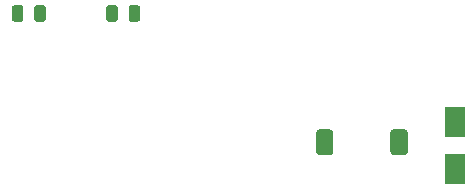
<source format=gbr>
G04 #@! TF.GenerationSoftware,KiCad,Pcbnew,(5.1.5)-3*
G04 #@! TF.CreationDate,2021-02-24T10:35:46+00:00*
G04 #@! TF.ProjectId,CurrentShuntCircuit,43757272-656e-4745-9368-756e74436972,1*
G04 #@! TF.SameCoordinates,Original*
G04 #@! TF.FileFunction,Paste,Top*
G04 #@! TF.FilePolarity,Positive*
%FSLAX46Y46*%
G04 Gerber Fmt 4.6, Leading zero omitted, Abs format (unit mm)*
G04 Created by KiCad (PCBNEW (5.1.5)-3) date 2021-02-24 10:35:46*
%MOMM*%
%LPD*%
G04 APERTURE LIST*
%ADD10C,0.100000*%
%ADD11R,1.800000X2.500000*%
G04 APERTURE END LIST*
D10*
G36*
X205461756Y-119601806D02*
G01*
X205498159Y-119607206D01*
X205533857Y-119616147D01*
X205568506Y-119628545D01*
X205601774Y-119644280D01*
X205633339Y-119663199D01*
X205662897Y-119685121D01*
X205690165Y-119709835D01*
X205714879Y-119737103D01*
X205736801Y-119766661D01*
X205755720Y-119798226D01*
X205771455Y-119831494D01*
X205783853Y-119866143D01*
X205792794Y-119901841D01*
X205798194Y-119938244D01*
X205800000Y-119975000D01*
X205800000Y-121425000D01*
X205798194Y-121461756D01*
X205792794Y-121498159D01*
X205783853Y-121533857D01*
X205771455Y-121568506D01*
X205755720Y-121601774D01*
X205736801Y-121633339D01*
X205714879Y-121662897D01*
X205690165Y-121690165D01*
X205662897Y-121714879D01*
X205633339Y-121736801D01*
X205601774Y-121755720D01*
X205568506Y-121771455D01*
X205533857Y-121783853D01*
X205498159Y-121792794D01*
X205461756Y-121798194D01*
X205425000Y-121800000D01*
X204675000Y-121800000D01*
X204638244Y-121798194D01*
X204601841Y-121792794D01*
X204566143Y-121783853D01*
X204531494Y-121771455D01*
X204498226Y-121755720D01*
X204466661Y-121736801D01*
X204437103Y-121714879D01*
X204409835Y-121690165D01*
X204385121Y-121662897D01*
X204363199Y-121633339D01*
X204344280Y-121601774D01*
X204328545Y-121568506D01*
X204316147Y-121533857D01*
X204307206Y-121498159D01*
X204301806Y-121461756D01*
X204300000Y-121425000D01*
X204300000Y-119975000D01*
X204301806Y-119938244D01*
X204307206Y-119901841D01*
X204316147Y-119866143D01*
X204328545Y-119831494D01*
X204344280Y-119798226D01*
X204363199Y-119766661D01*
X204385121Y-119737103D01*
X204409835Y-119709835D01*
X204437103Y-119685121D01*
X204466661Y-119663199D01*
X204498226Y-119644280D01*
X204531494Y-119628545D01*
X204566143Y-119616147D01*
X204601841Y-119607206D01*
X204638244Y-119601806D01*
X204675000Y-119600000D01*
X205425000Y-119600000D01*
X205461756Y-119601806D01*
G37*
G36*
X211761756Y-119601806D02*
G01*
X211798159Y-119607206D01*
X211833857Y-119616147D01*
X211868506Y-119628545D01*
X211901774Y-119644280D01*
X211933339Y-119663199D01*
X211962897Y-119685121D01*
X211990165Y-119709835D01*
X212014879Y-119737103D01*
X212036801Y-119766661D01*
X212055720Y-119798226D01*
X212071455Y-119831494D01*
X212083853Y-119866143D01*
X212092794Y-119901841D01*
X212098194Y-119938244D01*
X212100000Y-119975000D01*
X212100000Y-121425000D01*
X212098194Y-121461756D01*
X212092794Y-121498159D01*
X212083853Y-121533857D01*
X212071455Y-121568506D01*
X212055720Y-121601774D01*
X212036801Y-121633339D01*
X212014879Y-121662897D01*
X211990165Y-121690165D01*
X211962897Y-121714879D01*
X211933339Y-121736801D01*
X211901774Y-121755720D01*
X211868506Y-121771455D01*
X211833857Y-121783853D01*
X211798159Y-121792794D01*
X211761756Y-121798194D01*
X211725000Y-121800000D01*
X210975000Y-121800000D01*
X210938244Y-121798194D01*
X210901841Y-121792794D01*
X210866143Y-121783853D01*
X210831494Y-121771455D01*
X210798226Y-121755720D01*
X210766661Y-121736801D01*
X210737103Y-121714879D01*
X210709835Y-121690165D01*
X210685121Y-121662897D01*
X210663199Y-121633339D01*
X210644280Y-121601774D01*
X210628545Y-121568506D01*
X210616147Y-121533857D01*
X210607206Y-121498159D01*
X210601806Y-121461756D01*
X210600000Y-121425000D01*
X210600000Y-119975000D01*
X210601806Y-119938244D01*
X210607206Y-119901841D01*
X210616147Y-119866143D01*
X210628545Y-119831494D01*
X210644280Y-119798226D01*
X210663199Y-119766661D01*
X210685121Y-119737103D01*
X210709835Y-119709835D01*
X210737103Y-119685121D01*
X210766661Y-119663199D01*
X210798226Y-119644280D01*
X210831494Y-119628545D01*
X210866143Y-119616147D01*
X210901841Y-119607206D01*
X210938244Y-119601806D01*
X210975000Y-119600000D01*
X211725000Y-119600000D01*
X211761756Y-119601806D01*
G37*
G36*
X181205142Y-109101174D02*
G01*
X181228803Y-109104684D01*
X181252007Y-109110496D01*
X181274529Y-109118554D01*
X181296153Y-109128782D01*
X181316670Y-109141079D01*
X181335883Y-109155329D01*
X181353607Y-109171393D01*
X181369671Y-109189117D01*
X181383921Y-109208330D01*
X181396218Y-109228847D01*
X181406446Y-109250471D01*
X181414504Y-109272993D01*
X181420316Y-109296197D01*
X181423826Y-109319858D01*
X181425000Y-109343750D01*
X181425000Y-110256250D01*
X181423826Y-110280142D01*
X181420316Y-110303803D01*
X181414504Y-110327007D01*
X181406446Y-110349529D01*
X181396218Y-110371153D01*
X181383921Y-110391670D01*
X181369671Y-110410883D01*
X181353607Y-110428607D01*
X181335883Y-110444671D01*
X181316670Y-110458921D01*
X181296153Y-110471218D01*
X181274529Y-110481446D01*
X181252007Y-110489504D01*
X181228803Y-110495316D01*
X181205142Y-110498826D01*
X181181250Y-110500000D01*
X180693750Y-110500000D01*
X180669858Y-110498826D01*
X180646197Y-110495316D01*
X180622993Y-110489504D01*
X180600471Y-110481446D01*
X180578847Y-110471218D01*
X180558330Y-110458921D01*
X180539117Y-110444671D01*
X180521393Y-110428607D01*
X180505329Y-110410883D01*
X180491079Y-110391670D01*
X180478782Y-110371153D01*
X180468554Y-110349529D01*
X180460496Y-110327007D01*
X180454684Y-110303803D01*
X180451174Y-110280142D01*
X180450000Y-110256250D01*
X180450000Y-109343750D01*
X180451174Y-109319858D01*
X180454684Y-109296197D01*
X180460496Y-109272993D01*
X180468554Y-109250471D01*
X180478782Y-109228847D01*
X180491079Y-109208330D01*
X180505329Y-109189117D01*
X180521393Y-109171393D01*
X180539117Y-109155329D01*
X180558330Y-109141079D01*
X180578847Y-109128782D01*
X180600471Y-109118554D01*
X180622993Y-109110496D01*
X180646197Y-109104684D01*
X180669858Y-109101174D01*
X180693750Y-109100000D01*
X181181250Y-109100000D01*
X181205142Y-109101174D01*
G37*
G36*
X179330142Y-109101174D02*
G01*
X179353803Y-109104684D01*
X179377007Y-109110496D01*
X179399529Y-109118554D01*
X179421153Y-109128782D01*
X179441670Y-109141079D01*
X179460883Y-109155329D01*
X179478607Y-109171393D01*
X179494671Y-109189117D01*
X179508921Y-109208330D01*
X179521218Y-109228847D01*
X179531446Y-109250471D01*
X179539504Y-109272993D01*
X179545316Y-109296197D01*
X179548826Y-109319858D01*
X179550000Y-109343750D01*
X179550000Y-110256250D01*
X179548826Y-110280142D01*
X179545316Y-110303803D01*
X179539504Y-110327007D01*
X179531446Y-110349529D01*
X179521218Y-110371153D01*
X179508921Y-110391670D01*
X179494671Y-110410883D01*
X179478607Y-110428607D01*
X179460883Y-110444671D01*
X179441670Y-110458921D01*
X179421153Y-110471218D01*
X179399529Y-110481446D01*
X179377007Y-110489504D01*
X179353803Y-110495316D01*
X179330142Y-110498826D01*
X179306250Y-110500000D01*
X178818750Y-110500000D01*
X178794858Y-110498826D01*
X178771197Y-110495316D01*
X178747993Y-110489504D01*
X178725471Y-110481446D01*
X178703847Y-110471218D01*
X178683330Y-110458921D01*
X178664117Y-110444671D01*
X178646393Y-110428607D01*
X178630329Y-110410883D01*
X178616079Y-110391670D01*
X178603782Y-110371153D01*
X178593554Y-110349529D01*
X178585496Y-110327007D01*
X178579684Y-110303803D01*
X178576174Y-110280142D01*
X178575000Y-110256250D01*
X178575000Y-109343750D01*
X178576174Y-109319858D01*
X178579684Y-109296197D01*
X178585496Y-109272993D01*
X178593554Y-109250471D01*
X178603782Y-109228847D01*
X178616079Y-109208330D01*
X178630329Y-109189117D01*
X178646393Y-109171393D01*
X178664117Y-109155329D01*
X178683330Y-109141079D01*
X178703847Y-109128782D01*
X178725471Y-109118554D01*
X178747993Y-109110496D01*
X178771197Y-109104684D01*
X178794858Y-109101174D01*
X178818750Y-109100000D01*
X179306250Y-109100000D01*
X179330142Y-109101174D01*
G37*
G36*
X189205142Y-109101174D02*
G01*
X189228803Y-109104684D01*
X189252007Y-109110496D01*
X189274529Y-109118554D01*
X189296153Y-109128782D01*
X189316670Y-109141079D01*
X189335883Y-109155329D01*
X189353607Y-109171393D01*
X189369671Y-109189117D01*
X189383921Y-109208330D01*
X189396218Y-109228847D01*
X189406446Y-109250471D01*
X189414504Y-109272993D01*
X189420316Y-109296197D01*
X189423826Y-109319858D01*
X189425000Y-109343750D01*
X189425000Y-110256250D01*
X189423826Y-110280142D01*
X189420316Y-110303803D01*
X189414504Y-110327007D01*
X189406446Y-110349529D01*
X189396218Y-110371153D01*
X189383921Y-110391670D01*
X189369671Y-110410883D01*
X189353607Y-110428607D01*
X189335883Y-110444671D01*
X189316670Y-110458921D01*
X189296153Y-110471218D01*
X189274529Y-110481446D01*
X189252007Y-110489504D01*
X189228803Y-110495316D01*
X189205142Y-110498826D01*
X189181250Y-110500000D01*
X188693750Y-110500000D01*
X188669858Y-110498826D01*
X188646197Y-110495316D01*
X188622993Y-110489504D01*
X188600471Y-110481446D01*
X188578847Y-110471218D01*
X188558330Y-110458921D01*
X188539117Y-110444671D01*
X188521393Y-110428607D01*
X188505329Y-110410883D01*
X188491079Y-110391670D01*
X188478782Y-110371153D01*
X188468554Y-110349529D01*
X188460496Y-110327007D01*
X188454684Y-110303803D01*
X188451174Y-110280142D01*
X188450000Y-110256250D01*
X188450000Y-109343750D01*
X188451174Y-109319858D01*
X188454684Y-109296197D01*
X188460496Y-109272993D01*
X188468554Y-109250471D01*
X188478782Y-109228847D01*
X188491079Y-109208330D01*
X188505329Y-109189117D01*
X188521393Y-109171393D01*
X188539117Y-109155329D01*
X188558330Y-109141079D01*
X188578847Y-109128782D01*
X188600471Y-109118554D01*
X188622993Y-109110496D01*
X188646197Y-109104684D01*
X188669858Y-109101174D01*
X188693750Y-109100000D01*
X189181250Y-109100000D01*
X189205142Y-109101174D01*
G37*
G36*
X187330142Y-109101174D02*
G01*
X187353803Y-109104684D01*
X187377007Y-109110496D01*
X187399529Y-109118554D01*
X187421153Y-109128782D01*
X187441670Y-109141079D01*
X187460883Y-109155329D01*
X187478607Y-109171393D01*
X187494671Y-109189117D01*
X187508921Y-109208330D01*
X187521218Y-109228847D01*
X187531446Y-109250471D01*
X187539504Y-109272993D01*
X187545316Y-109296197D01*
X187548826Y-109319858D01*
X187550000Y-109343750D01*
X187550000Y-110256250D01*
X187548826Y-110280142D01*
X187545316Y-110303803D01*
X187539504Y-110327007D01*
X187531446Y-110349529D01*
X187521218Y-110371153D01*
X187508921Y-110391670D01*
X187494671Y-110410883D01*
X187478607Y-110428607D01*
X187460883Y-110444671D01*
X187441670Y-110458921D01*
X187421153Y-110471218D01*
X187399529Y-110481446D01*
X187377007Y-110489504D01*
X187353803Y-110495316D01*
X187330142Y-110498826D01*
X187306250Y-110500000D01*
X186818750Y-110500000D01*
X186794858Y-110498826D01*
X186771197Y-110495316D01*
X186747993Y-110489504D01*
X186725471Y-110481446D01*
X186703847Y-110471218D01*
X186683330Y-110458921D01*
X186664117Y-110444671D01*
X186646393Y-110428607D01*
X186630329Y-110410883D01*
X186616079Y-110391670D01*
X186603782Y-110371153D01*
X186593554Y-110349529D01*
X186585496Y-110327007D01*
X186579684Y-110303803D01*
X186576174Y-110280142D01*
X186575000Y-110256250D01*
X186575000Y-109343750D01*
X186576174Y-109319858D01*
X186579684Y-109296197D01*
X186585496Y-109272993D01*
X186593554Y-109250471D01*
X186603782Y-109228847D01*
X186616079Y-109208330D01*
X186630329Y-109189117D01*
X186646393Y-109171393D01*
X186664117Y-109155329D01*
X186683330Y-109141079D01*
X186703847Y-109128782D01*
X186725471Y-109118554D01*
X186747993Y-109110496D01*
X186771197Y-109104684D01*
X186794858Y-109101174D01*
X186818750Y-109100000D01*
X187306250Y-109100000D01*
X187330142Y-109101174D01*
G37*
D11*
X216050000Y-122950000D03*
X216050000Y-118950000D03*
M02*

</source>
